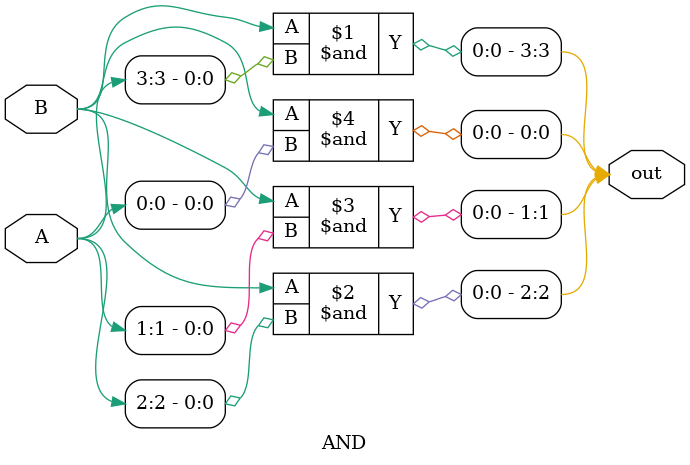
<source format=v>
`timescale 1ns / 1ps


module AND(
    input [3:0]A,
    input B,
    output [3:0]out
    );
    assign out[3] = B & A[3];
    assign out[2] = B & A[2];
    assign out[1] = B & A[1];
    assign out[0] = B & A[0];
endmodule

</source>
